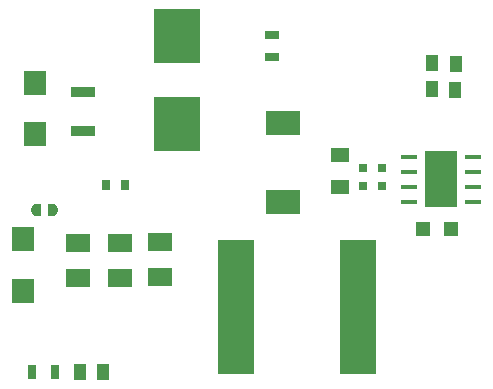
<source format=gtp>
G04 DesignSpark PCB Gerber Version 12.0 Build 5942*
%FSLAX35Y35*%
%MOMM*%
%ADD101R,0.70000X1.20000*%
%ADD103R,0.74000X0.82000*%
%ADD89R,1.00000X1.32400*%
%ADD102R,1.95000X2.00000*%
%ADD96R,1.95000X2.10000*%
%ADD93R,2.75000X4.70000*%
%ADD91R,3.15000X11.40000*%
%ADD97R,3.95000X4.62600*%
%ADD107C,1.05590*%
%ADD105C,1.05900*%
%AMT104*0 Bullet Pad at angle 90*4,1,29,0.40800,-0.52950,0.40800,0.52950,0.12150,0.52950,0.05770,0.52560,-0.00520,0.51410,-0.06620,0.49510,-0.12450,0.46890,-0.17920,0.43580,-0.22950,0.39640,-0.27470,0.35120,-0.31410,0.30090,-0.34720,0.24620,-0.37350,0.18790,-0.39250,0.12690,-0.40400,0.06400,-0.40790,0.00020,-0.40410,-0.06360,-0.39260,-0.12650,-0.37360,-0.18750,-0.34740,-0.24580,-0.31440,-0.30050,-0.27500,-0.35090,-0.22980,-0.39610,-0.17950,-0.43560,-0.12480,-0.46870,-0.06650,-0.49500,-0.00550,-0.51410,0.05740,-0.52570,0.12150,-0.52950,0.40800,-0.52950,0*%
%ADD104T104*%
%ADD92R,1.35000X0.40000*%
%ADD99R,0.78000X0.72000*%
%ADD100R,1.22000X0.80000*%
%ADD95R,2.00000X0.90000*%
%ADD94R,1.27320X1.22240*%
%ADD98R,1.62000X1.24000*%
%ADD88R,2.05000X1.55000*%
%ADD90R,2.87000X2.13000*%
%AMT106*0 Bullet Pad at angle 270*4,1,29,-0.40800,0.52800,-0.40800,-0.52800,-0.12000,-0.52800,-0.05640,-0.52420,0.00630,-0.51270,0.06720,-0.49370,0.12530,-0.46750,0.17990,-0.43450,0.23010,-0.39520,0.27520,-0.35010,0.31450,-0.29990,0.34750,-0.24530,0.37370,-0.18720,0.39270,-0.12630,0.40420,-0.06360,0.40800,0.00001,0.40420,0.06360,0.39270,0.12630,0.37370,0.18720,0.34750,0.24530,0.31450,0.29990,0.27520,0.35010,0.23010,0.39520,0.17990,0.43450,0.12530,0.46750,0.06720,0.49370,0.00630,0.51270,-0.05640,0.52420,-0.12000,0.52800,-0.40800,0.52800,0*%
%ADD106T106*%
X0Y0D02*
D02*
D88*
X44689770Y45023280D03*
Y45323280D03*
X45049770Y45023280D03*
Y45323280D03*
X45389780Y45033280D03*
Y45333280D03*
D02*
D89*
X44708770Y44233280D03*
X44908770Y44232280D03*
X47688770Y46623280D03*
X47690770Y46844280D03*
X47888770Y46622280D03*
X47890770Y46843280D03*
D02*
D90*
X46429770Y45666780D03*
Y46339780D03*
D02*
D91*
X46034770Y44783280D03*
X47064770D03*
D02*
D92*
X47499770Y45672780D03*
Y45799780D03*
Y45926780D03*
Y46053780D03*
X48039770Y45672780D03*
Y45799780D03*
Y45926780D03*
Y46053780D03*
D02*
D93*
X47769770Y45863280D03*
D02*
D94*
X47610310Y45441060D03*
X47851310D03*
D02*
D95*
X44739770Y46268280D03*
Y46598280D03*
D02*
D96*
X44329770Y46248280D03*
Y46678280D03*
D02*
D97*
X45529410Y46329770D03*
Y47076670D03*
D02*
D98*
X46909770Y45799680D03*
Y46066880D03*
D02*
D99*
X47109770Y45805780D03*
Y45960780D03*
X47269770Y45805780D03*
Y45960780D03*
D02*
D100*
X46339770Y46899780D03*
Y47086780D03*
D02*
D101*
X44305230Y44233280D03*
X44495230D03*
D02*
D102*
X44229770Y44913280D03*
Y45353280D03*
D02*
D103*
X44930770Y45813280D03*
X45088770D03*
D02*
D104*
X44334770Y45603280D03*
D02*
D106*
X44484770D03*
X0Y0D02*
M02*

</source>
